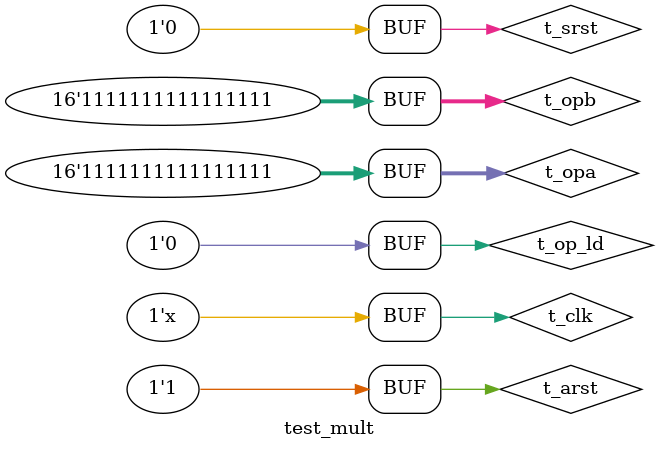
<source format=v>
`timescale 1ns/1ns


module  test_mult  ( );

reg        t_arst,t_srst,t_clk;
reg [15:0] t_opa,t_opb;
reg        t_op_ld;

//*** t_clk ***
initial
  begin 
    t_clk = 1'b0;
  end
   
always #50 t_clk = ~t_clk;

//*** t_arst ***
initial
	begin
  		#0    t_arst = 1'b1;
		#50   t_arst = 1'b0;
		#20   t_arst = 1'b1;  
   end
   
//*** t_srst ***
initial
	begin
  		#0    t_srst = 1'b0;
		#200  t_srst = 1'b1;
		#100   t_srst = 1'b0;  
   end


//*** t_op_ld,t_opa,t_opb ***
initial
  begin
    #1      t_op_ld = 1'b0;
            t_opa = 16'd0;
            t_opb = 16'd0;
    #100    t_op_ld = 1'b0;
    
    #450    t_op_ld = 1'b1;
            t_opa = 16'd0;
            t_opb = 16'd0;
    #100    t_op_ld = 1'b0;
    
    #2000   t_op_ld = 1'b1;
            t_opa = 16'd1;
            t_opb = 16'd4;
    #100    t_op_ld = 1'b0;
    
    #2000   t_op_ld = 1'b1;
            t_opa = 16'd9;
            t_opb = 16'd15;
    #100    t_op_ld = 1'b0;

    #2000   t_op_ld = 1'b1;
            t_opa = 16'd31;
            t_opb = 16'd63;
    #100    t_op_ld = 1'b0; 

    #2000   t_op_ld = 1'b1;
            t_opa = 16'd255;
            t_opb = 16'd512;
    #100    t_op_ld = 1'b0;        

    #2000   t_op_ld = 1'b1;
            t_opa = 16'd1023;
            t_opb = 16'd2048;
    #100    t_op_ld = 1'b0;
    
    #2000   t_op_ld = 1'b1;
            t_opa = 16'd4095;
            t_opb = 16'd8195;
    #100    t_op_ld = 1'b0;          

    #2000   t_op_ld = 1'b1;
            t_opa = 16'd32767;
            t_opb = 16'd32768;
    #100     t_op_ld = 1'b0;
    
    #2000   t_op_ld = 1'b1;
            t_opa = 16'd32768;
            t_opb = 16'd65535;
    #100     t_op_ld = 1'b0;
    
    #2000   t_op_ld = 1'b1;
            t_opa = 16'd40956;
            t_opb = 16'd47281;
    #100     t_op_ld = 1'b0;
    
    #2000   t_op_ld = 1'b1;
            t_opa = 16'd65535;
            t_opb = 16'd65534;
    #100    t_op_ld = 1'b0;
    
    #2000   t_op_ld = 1'b1;
            t_opa = 16'd65535;
            t_opb = 16'd65535;
    #100    t_op_ld = 1'b0;
  end
  
  //*** connect with circuit to be tested ***
  wire  [31:0] product_out;
  
  bit16_mult  mult  (.arst(t_arst),.srst(t_srst),.clk(t_clk),
                     .opa(t_opa),.opb(t_opb),.op_ld(t_op_ld),
                     
                     .mult_out(product_out));
  
endmodule



</source>
